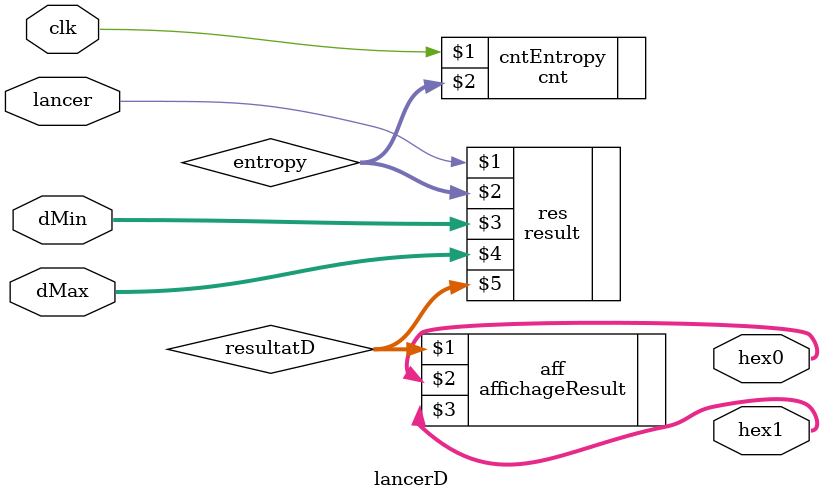
<source format=v>
module lancerD(clk, lancer, dMin, dMax, hex0, hex1);

input clk, lancer;
input[6:0] dMin, dMax;

output[6:0] hex0, hex1;

wire[6:0] entropy, resultatD;

cnt #(7, 100)cntEntropy(clk, entropy);
result res(lancer, entropy, dMin, dMax, resultatD);
affichageResult aff(resultatD, hex0, hex1);

endmodule

</source>
